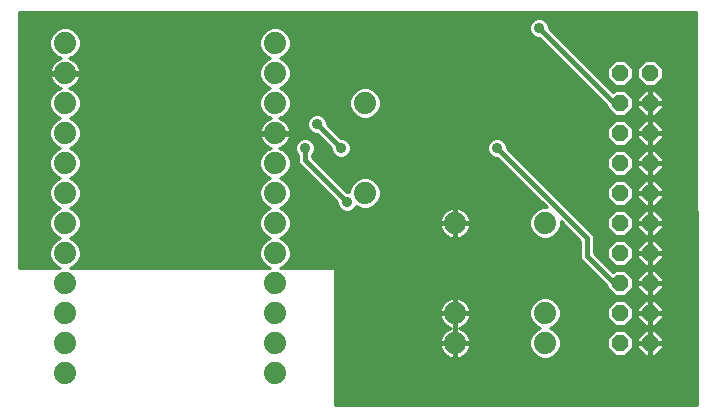
<source format=gbl>
G75*
G70*
%OFA0B0*%
%FSLAX24Y24*%
%IPPOS*%
%LPD*%
%AMOC8*
5,1,8,0,0,1.08239X$1,22.5*
%
%ADD10OC8,0.0560*%
%ADD11C,0.0740*%
%ADD12C,0.0100*%
%ADD13C,0.0160*%
%ADD14C,0.0360*%
D10*
X020650Y002650D03*
X021650Y002650D03*
X021650Y003650D03*
X020650Y003650D03*
X020650Y004650D03*
X021650Y004650D03*
X021650Y005650D03*
X020650Y005650D03*
X020650Y006650D03*
X021650Y006650D03*
X021650Y007650D03*
X020650Y007650D03*
X020650Y008650D03*
X021650Y008650D03*
X021650Y009650D03*
X020650Y009650D03*
X020650Y010650D03*
X021650Y010650D03*
X021650Y011650D03*
X020650Y011650D03*
D11*
X002150Y001650D03*
X002150Y002650D03*
X002150Y003650D03*
X002150Y004650D03*
X002150Y005650D03*
X002150Y006650D03*
X002150Y007650D03*
X002150Y008650D03*
X002150Y009650D03*
X002150Y010650D03*
X002150Y011650D03*
X002150Y012650D03*
X009150Y012650D03*
X009150Y011650D03*
X009150Y010650D03*
X009150Y009650D03*
X009150Y008650D03*
X009150Y007650D03*
X009150Y006650D03*
X009150Y005650D03*
X009150Y004650D03*
X009150Y003650D03*
X009150Y002650D03*
X009150Y001650D03*
X015150Y002650D03*
X015150Y003650D03*
X018150Y003650D03*
X018150Y002650D03*
X018150Y006650D03*
X015150Y006650D03*
X012150Y007650D03*
X012150Y010650D03*
D12*
X012670Y010690D02*
X020085Y010690D01*
X019987Y010788D02*
X012656Y010788D01*
X012670Y010753D02*
X012591Y010945D01*
X012445Y011091D01*
X012253Y011170D01*
X012047Y011170D01*
X011855Y011091D01*
X011709Y010945D01*
X011630Y010753D01*
X011630Y010547D01*
X011709Y010355D01*
X011855Y010209D01*
X012047Y010130D01*
X012253Y010130D01*
X012445Y010209D01*
X012591Y010355D01*
X012670Y010547D01*
X012670Y010753D01*
X012615Y010887D02*
X019888Y010887D01*
X019790Y010985D02*
X012550Y010985D01*
X012452Y011084D02*
X019691Y011084D01*
X019593Y011182D02*
X009379Y011182D01*
X009445Y011209D02*
X009302Y011150D01*
X009445Y011091D01*
X009591Y010945D01*
X009670Y010753D01*
X009670Y010547D01*
X009591Y010355D01*
X009445Y010209D01*
X009298Y010149D01*
X009350Y010132D01*
X009423Y010095D01*
X009489Y010047D01*
X009547Y009989D01*
X009595Y009923D01*
X009632Y009850D01*
X009657Y009772D01*
X009669Y009700D01*
X009200Y009700D01*
X009200Y009600D01*
X009669Y009600D01*
X009657Y009528D01*
X009632Y009450D01*
X009595Y009377D01*
X009547Y009311D01*
X009489Y009253D01*
X009423Y009205D01*
X009350Y009168D01*
X009298Y009151D01*
X009445Y009091D01*
X009591Y008945D01*
X009670Y008753D01*
X009670Y008547D01*
X009591Y008355D01*
X009445Y008209D01*
X009302Y008150D01*
X009445Y008091D01*
X009591Y007945D01*
X009670Y007753D01*
X009670Y007547D01*
X009591Y007355D01*
X009445Y007209D01*
X009302Y007150D01*
X009445Y007091D01*
X009591Y006945D01*
X009670Y006753D01*
X009670Y006547D01*
X009591Y006355D01*
X009445Y006209D01*
X009302Y006150D01*
X009445Y006091D01*
X009591Y005945D01*
X009670Y005753D01*
X009670Y005547D01*
X009591Y005355D01*
X009445Y005209D01*
X009302Y005150D01*
X011150Y005150D01*
X011150Y000600D01*
X023200Y000600D01*
X023192Y013700D01*
X000600Y013700D01*
X000600Y005150D01*
X001998Y005150D01*
X001855Y005209D01*
X001709Y005355D01*
X001630Y005547D01*
X001630Y005753D01*
X001709Y005945D01*
X001855Y006091D01*
X001998Y006150D01*
X001855Y006209D01*
X001709Y006355D01*
X001630Y006547D01*
X001630Y006753D01*
X001709Y006945D01*
X001855Y007091D01*
X001998Y007150D01*
X001855Y007209D01*
X001709Y007355D01*
X001630Y007547D01*
X001630Y007753D01*
X001709Y007945D01*
X001855Y008091D01*
X001998Y008150D01*
X001855Y008209D01*
X001709Y008355D01*
X001630Y008547D01*
X001630Y008753D01*
X001709Y008945D01*
X001855Y009091D01*
X001998Y009150D01*
X001855Y009209D01*
X001709Y009355D01*
X001630Y009547D01*
X001630Y009753D01*
X001709Y009945D01*
X001855Y010091D01*
X001998Y010150D01*
X001855Y010209D01*
X001709Y010355D01*
X001630Y010547D01*
X001630Y010753D01*
X001709Y010945D01*
X001855Y011091D01*
X002002Y011151D01*
X001950Y011168D01*
X001877Y011205D01*
X001811Y011253D01*
X001753Y011311D01*
X001705Y011377D01*
X001668Y011450D01*
X001643Y011528D01*
X001631Y011600D01*
X002100Y011600D01*
X002100Y011700D01*
X001631Y011700D01*
X001643Y011772D01*
X001668Y011850D01*
X001705Y011923D01*
X001753Y011989D01*
X001811Y012047D01*
X001877Y012095D01*
X001950Y012132D01*
X002002Y012149D01*
X001855Y012209D01*
X001709Y012355D01*
X001630Y012547D01*
X001630Y012753D01*
X001709Y012945D01*
X001855Y013091D01*
X002047Y013170D01*
X002253Y013170D01*
X002445Y013091D01*
X002591Y012945D01*
X002670Y012753D01*
X002670Y012547D01*
X002591Y012355D01*
X002445Y012209D01*
X002298Y012149D01*
X002350Y012132D01*
X002423Y012095D01*
X002489Y012047D01*
X002547Y011989D01*
X002595Y011923D01*
X002632Y011850D01*
X002657Y011772D01*
X002669Y011700D01*
X002200Y011700D01*
X002200Y011600D01*
X002669Y011600D01*
X002657Y011528D01*
X002632Y011450D01*
X002595Y011377D01*
X002547Y011311D01*
X002489Y011253D01*
X002423Y011205D01*
X002350Y011168D01*
X002298Y011151D01*
X002445Y011091D01*
X002591Y010945D01*
X002670Y010753D01*
X002670Y010547D01*
X002591Y010355D01*
X002445Y010209D01*
X002302Y010150D01*
X002445Y010091D01*
X002591Y009945D01*
X002670Y009753D01*
X002670Y009547D01*
X002591Y009355D01*
X002445Y009209D01*
X002302Y009150D01*
X002445Y009091D01*
X002591Y008945D01*
X002670Y008753D01*
X002670Y008547D01*
X002591Y008355D01*
X002445Y008209D01*
X002302Y008150D01*
X002445Y008091D01*
X002591Y007945D01*
X002670Y007753D01*
X002670Y007547D01*
X002591Y007355D01*
X002445Y007209D01*
X002302Y007150D01*
X002445Y007091D01*
X002591Y006945D01*
X002670Y006753D01*
X002670Y006547D01*
X002591Y006355D01*
X002445Y006209D01*
X002302Y006150D01*
X002445Y006091D01*
X002591Y005945D01*
X002670Y005753D01*
X002670Y005547D01*
X002591Y005355D01*
X002445Y005209D01*
X002302Y005150D01*
X008998Y005150D01*
X008855Y005209D01*
X008709Y005355D01*
X008630Y005547D01*
X008630Y005753D01*
X008709Y005945D01*
X008855Y006091D01*
X008998Y006150D01*
X008855Y006209D01*
X008709Y006355D01*
X008630Y006547D01*
X008630Y006753D01*
X008709Y006945D01*
X008855Y007091D01*
X008998Y007150D01*
X008855Y007209D01*
X008709Y007355D01*
X008630Y007547D01*
X008630Y007753D01*
X008709Y007945D01*
X008855Y008091D01*
X008998Y008150D01*
X008855Y008209D01*
X008709Y008355D01*
X008630Y008547D01*
X008630Y008753D01*
X008709Y008945D01*
X008855Y009091D01*
X009002Y009151D01*
X008950Y009168D01*
X008877Y009205D01*
X008811Y009253D01*
X008753Y009311D01*
X008705Y009377D01*
X008668Y009450D01*
X008643Y009528D01*
X008631Y009600D01*
X009100Y009600D01*
X009100Y009700D01*
X008631Y009700D01*
X008643Y009772D01*
X008668Y009850D01*
X008705Y009923D01*
X008753Y009989D01*
X008811Y010047D01*
X008877Y010095D01*
X008950Y010132D01*
X009002Y010149D01*
X008855Y010209D01*
X008709Y010355D01*
X008630Y010547D01*
X008630Y010753D01*
X008709Y010945D01*
X008855Y011091D01*
X008998Y011150D01*
X008855Y011209D01*
X008709Y011355D01*
X008630Y011547D01*
X008630Y011753D01*
X008709Y011945D01*
X008855Y012091D01*
X008998Y012150D01*
X008855Y012209D01*
X008709Y012355D01*
X008630Y012547D01*
X008630Y012753D01*
X008709Y012945D01*
X008855Y013091D01*
X009047Y013170D01*
X009253Y013170D01*
X009445Y013091D01*
X009591Y012945D01*
X009670Y012753D01*
X009670Y012547D01*
X009591Y012355D01*
X009445Y012209D01*
X009302Y012150D01*
X009445Y012091D01*
X009591Y011945D01*
X009670Y011753D01*
X009670Y011547D01*
X009591Y011355D01*
X009445Y011209D01*
X009516Y011281D02*
X019494Y011281D01*
X019396Y011379D02*
X009601Y011379D01*
X009641Y011478D02*
X019297Y011478D01*
X019199Y011576D02*
X009670Y011576D01*
X009670Y011675D02*
X019100Y011675D01*
X019002Y011773D02*
X009662Y011773D01*
X009621Y011872D02*
X018903Y011872D01*
X018805Y011970D02*
X009565Y011970D01*
X009467Y012069D02*
X018706Y012069D01*
X018608Y012167D02*
X009343Y012167D01*
X009501Y012266D02*
X018509Y012266D01*
X018411Y012364D02*
X009594Y012364D01*
X009635Y012463D02*
X018312Y012463D01*
X018214Y012561D02*
X009670Y012561D01*
X009670Y012660D02*
X018115Y012660D01*
X018017Y012758D02*
X009668Y012758D01*
X009627Y012857D02*
X017796Y012857D01*
X017763Y012870D02*
X017884Y012820D01*
X017955Y012820D01*
X020220Y010555D01*
X020220Y010472D01*
X020472Y010220D01*
X020828Y010220D01*
X021080Y010472D01*
X021080Y010828D01*
X020828Y011080D01*
X020472Y011080D01*
X020409Y011017D01*
X018280Y013145D01*
X018280Y013216D01*
X018230Y013337D01*
X018137Y013430D01*
X018016Y013480D01*
X017884Y013480D01*
X017763Y013430D01*
X017670Y013337D01*
X017620Y013216D01*
X017620Y013084D01*
X017670Y012963D01*
X017763Y012870D01*
X017678Y012955D02*
X009580Y012955D01*
X009482Y013054D02*
X017633Y013054D01*
X017620Y013152D02*
X009297Y013152D01*
X009003Y013152D02*
X002297Y013152D01*
X002482Y013054D02*
X008818Y013054D01*
X008720Y012955D02*
X002580Y012955D01*
X002627Y012857D02*
X008673Y012857D01*
X008632Y012758D02*
X002668Y012758D01*
X002670Y012660D02*
X008630Y012660D01*
X008630Y012561D02*
X002670Y012561D01*
X002635Y012463D02*
X008665Y012463D01*
X008706Y012364D02*
X002594Y012364D01*
X002501Y012266D02*
X008799Y012266D01*
X008957Y012167D02*
X002343Y012167D01*
X002459Y012069D02*
X008833Y012069D01*
X008735Y011970D02*
X002560Y011970D01*
X002621Y011872D02*
X008679Y011872D01*
X008638Y011773D02*
X002657Y011773D01*
X002200Y011675D02*
X008630Y011675D01*
X008630Y011576D02*
X002665Y011576D01*
X002641Y011478D02*
X008659Y011478D01*
X008699Y011379D02*
X002596Y011379D01*
X002516Y011281D02*
X008784Y011281D01*
X008921Y011182D02*
X002377Y011182D01*
X002452Y011084D02*
X008848Y011084D01*
X008750Y010985D02*
X002550Y010985D01*
X002615Y010887D02*
X008685Y010887D01*
X008644Y010788D02*
X002656Y010788D01*
X002670Y010690D02*
X008630Y010690D01*
X008630Y010591D02*
X002670Y010591D01*
X002648Y010493D02*
X008652Y010493D01*
X008693Y010394D02*
X002607Y010394D01*
X002531Y010296D02*
X008769Y010296D01*
X008885Y010197D02*
X002415Y010197D01*
X002426Y010099D02*
X008885Y010099D01*
X008765Y010000D02*
X002535Y010000D01*
X002609Y009902D02*
X008695Y009902D01*
X008653Y009803D02*
X002649Y009803D01*
X002670Y009705D02*
X008632Y009705D01*
X008650Y009508D02*
X002654Y009508D01*
X002670Y009606D02*
X009100Y009606D01*
X009200Y009606D02*
X010569Y009606D01*
X010555Y009620D02*
X011020Y009155D01*
X011020Y009084D01*
X011070Y008963D01*
X011163Y008870D01*
X011284Y008820D01*
X011416Y008820D01*
X011537Y008870D01*
X011630Y008963D01*
X011680Y009084D01*
X011680Y009216D01*
X011630Y009337D01*
X011537Y009430D01*
X011416Y009480D01*
X011345Y009480D01*
X010880Y009945D01*
X010880Y010016D01*
X010830Y010137D01*
X010737Y010230D01*
X010616Y010280D01*
X010484Y010280D01*
X010363Y010230D01*
X010270Y010137D01*
X010220Y010016D01*
X010220Y009884D01*
X010270Y009763D01*
X010363Y009670D01*
X010484Y009620D01*
X010555Y009620D01*
X010667Y009508D02*
X009650Y009508D01*
X009611Y009409D02*
X009942Y009409D01*
X009963Y009430D02*
X009870Y009337D01*
X009820Y009216D01*
X009820Y009084D01*
X009870Y008963D01*
X009920Y008913D01*
X009920Y008845D01*
X009920Y008655D01*
X011220Y007355D01*
X011220Y007284D01*
X011270Y007163D01*
X011363Y007070D01*
X011484Y007020D01*
X011616Y007020D01*
X011737Y007070D01*
X011830Y007163D01*
X011851Y007214D01*
X011855Y007209D01*
X012047Y007130D01*
X012253Y007130D01*
X012445Y007209D01*
X012591Y007355D01*
X012670Y007547D01*
X012670Y007753D01*
X012591Y007945D01*
X012445Y008091D01*
X012253Y008170D01*
X012047Y008170D01*
X011855Y008091D01*
X011709Y007945D01*
X011630Y007753D01*
X011630Y007674D01*
X011616Y007680D01*
X011545Y007680D01*
X010380Y008845D01*
X010380Y008913D01*
X010430Y008963D01*
X010480Y009084D01*
X010480Y009216D01*
X010430Y009337D01*
X010337Y009430D01*
X010216Y009480D01*
X010084Y009480D01*
X009963Y009430D01*
X009859Y009311D02*
X009546Y009311D01*
X009432Y009212D02*
X009820Y009212D01*
X009820Y009114D02*
X009390Y009114D01*
X009520Y009015D02*
X009849Y009015D01*
X009917Y008917D02*
X009602Y008917D01*
X009643Y008818D02*
X009920Y008818D01*
X009920Y008720D02*
X009670Y008720D01*
X009670Y008621D02*
X009954Y008621D01*
X010052Y008523D02*
X009660Y008523D01*
X009619Y008424D02*
X010151Y008424D01*
X010249Y008326D02*
X009561Y008326D01*
X009462Y008227D02*
X010348Y008227D01*
X010446Y008129D02*
X009354Y008129D01*
X009505Y008030D02*
X010545Y008030D01*
X010643Y007932D02*
X009596Y007932D01*
X009637Y007833D02*
X010742Y007833D01*
X010840Y007735D02*
X009670Y007735D01*
X009670Y007636D02*
X010939Y007636D01*
X011037Y007538D02*
X009666Y007538D01*
X009625Y007439D02*
X011136Y007439D01*
X011220Y007341D02*
X009576Y007341D01*
X009477Y007242D02*
X011238Y007242D01*
X011290Y007144D02*
X009317Y007144D01*
X009490Y007045D02*
X011424Y007045D01*
X011676Y007045D02*
X014810Y007045D01*
X014811Y007047D02*
X014753Y006989D01*
X014705Y006923D01*
X014668Y006850D01*
X014643Y006772D01*
X014630Y006691D01*
X014630Y006689D01*
X015111Y006689D01*
X015111Y007170D01*
X015109Y007170D01*
X015028Y007157D01*
X014950Y007132D01*
X014877Y007095D01*
X014811Y007047D01*
X014723Y006947D02*
X009589Y006947D01*
X009631Y006848D02*
X014668Y006848D01*
X014639Y006750D02*
X009670Y006750D01*
X009670Y006651D02*
X015111Y006651D01*
X015111Y006689D02*
X015111Y006611D01*
X015189Y006611D01*
X015189Y006689D01*
X015670Y006689D01*
X015670Y006691D01*
X015657Y006772D01*
X015632Y006850D01*
X015595Y006923D01*
X015547Y006989D01*
X015489Y007047D01*
X015423Y007095D01*
X015350Y007132D01*
X015272Y007157D01*
X015191Y007170D01*
X015189Y007170D01*
X015189Y006689D01*
X015111Y006689D01*
X015111Y006750D02*
X015189Y006750D01*
X015189Y006848D02*
X015111Y006848D01*
X015111Y006947D02*
X015189Y006947D01*
X015189Y007045D02*
X015111Y007045D01*
X015111Y007144D02*
X015189Y007144D01*
X015314Y007144D02*
X017983Y007144D01*
X018047Y007170D02*
X017855Y007091D01*
X017709Y006945D01*
X017630Y006753D01*
X017630Y006547D01*
X017709Y006355D01*
X017855Y006209D01*
X018047Y006130D01*
X018253Y006130D01*
X018445Y006209D01*
X018591Y006355D01*
X018670Y006547D01*
X018670Y006705D01*
X019320Y006055D01*
X019320Y005455D01*
X020220Y004555D01*
X020220Y004472D01*
X020472Y004220D01*
X020828Y004220D01*
X021080Y004472D01*
X021080Y004828D01*
X020828Y005080D01*
X020472Y005080D01*
X020409Y005017D01*
X019780Y005645D01*
X019780Y006245D01*
X019645Y006380D01*
X016880Y009145D01*
X016880Y009216D01*
X016830Y009337D01*
X016737Y009430D01*
X016616Y009480D01*
X016484Y009480D01*
X016363Y009430D01*
X016270Y009337D01*
X016220Y009216D01*
X016220Y009084D01*
X016270Y008963D01*
X016363Y008870D01*
X016484Y008820D01*
X016555Y008820D01*
X018205Y007170D01*
X018047Y007170D01*
X018133Y007242D02*
X012477Y007242D01*
X012576Y007341D02*
X018034Y007341D01*
X017936Y007439D02*
X012625Y007439D01*
X012666Y007538D02*
X017837Y007538D01*
X017739Y007636D02*
X012670Y007636D01*
X012670Y007735D02*
X017640Y007735D01*
X017542Y007833D02*
X012637Y007833D01*
X012596Y007932D02*
X017443Y007932D01*
X017345Y008030D02*
X012505Y008030D01*
X012354Y008129D02*
X017246Y008129D01*
X017148Y008227D02*
X010998Y008227D01*
X010900Y008326D02*
X017049Y008326D01*
X016951Y008424D02*
X010801Y008424D01*
X010703Y008523D02*
X016852Y008523D01*
X016754Y008621D02*
X010604Y008621D01*
X010506Y008720D02*
X016655Y008720D01*
X016557Y008818D02*
X010407Y008818D01*
X010383Y008917D02*
X011117Y008917D01*
X011049Y009015D02*
X010451Y009015D01*
X010480Y009114D02*
X011020Y009114D01*
X010963Y009212D02*
X010480Y009212D01*
X010441Y009311D02*
X010864Y009311D01*
X010766Y009409D02*
X010358Y009409D01*
X010329Y009705D02*
X009668Y009705D01*
X009647Y009803D02*
X010254Y009803D01*
X010220Y009902D02*
X009605Y009902D01*
X009535Y010000D02*
X010220Y010000D01*
X010254Y010099D02*
X009415Y010099D01*
X009415Y010197D02*
X010330Y010197D01*
X010770Y010197D02*
X011885Y010197D01*
X011769Y010296D02*
X009531Y010296D01*
X009607Y010394D02*
X011693Y010394D01*
X011652Y010493D02*
X009648Y010493D01*
X009670Y010591D02*
X011630Y010591D01*
X011630Y010690D02*
X009670Y010690D01*
X009656Y010788D02*
X011644Y010788D01*
X011685Y010887D02*
X009615Y010887D01*
X009550Y010985D02*
X011750Y010985D01*
X011848Y011084D02*
X009452Y011084D01*
X010846Y010099D02*
X023194Y010099D01*
X023194Y010197D02*
X012415Y010197D01*
X012531Y010296D02*
X020396Y010296D01*
X020298Y010394D02*
X012607Y010394D01*
X012648Y010493D02*
X020220Y010493D01*
X020184Y010591D02*
X012670Y010591D01*
X011219Y009606D02*
X020220Y009606D01*
X020220Y009508D02*
X011318Y009508D01*
X011558Y009409D02*
X016342Y009409D01*
X016259Y009311D02*
X011641Y009311D01*
X011680Y009212D02*
X016220Y009212D01*
X016220Y009114D02*
X011680Y009114D01*
X011651Y009015D02*
X016249Y009015D01*
X016317Y008917D02*
X011583Y008917D01*
X011121Y009705D02*
X020220Y009705D01*
X020220Y009803D02*
X011022Y009803D01*
X010924Y009902D02*
X020293Y009902D01*
X020220Y009828D02*
X020220Y009472D01*
X020472Y009220D01*
X020828Y009220D01*
X021080Y009472D01*
X021080Y009828D01*
X020828Y010080D01*
X020472Y010080D01*
X020220Y009828D01*
X020392Y010000D02*
X010880Y010000D01*
X008910Y009114D02*
X002390Y009114D01*
X002447Y009212D02*
X008868Y009212D01*
X008754Y009311D02*
X002546Y009311D01*
X002613Y009409D02*
X008689Y009409D01*
X008780Y009015D02*
X002520Y009015D01*
X002602Y008917D02*
X008698Y008917D01*
X008657Y008818D02*
X002643Y008818D01*
X002670Y008720D02*
X008630Y008720D01*
X008630Y008621D02*
X002670Y008621D01*
X002660Y008523D02*
X008640Y008523D01*
X008681Y008424D02*
X002619Y008424D01*
X002561Y008326D02*
X008739Y008326D01*
X008838Y008227D02*
X002462Y008227D01*
X002354Y008129D02*
X008946Y008129D01*
X008795Y008030D02*
X002505Y008030D01*
X002596Y007932D02*
X008704Y007932D01*
X008663Y007833D02*
X002637Y007833D01*
X002670Y007735D02*
X008630Y007735D01*
X008630Y007636D02*
X002670Y007636D01*
X002666Y007538D02*
X008634Y007538D01*
X008675Y007439D02*
X002625Y007439D01*
X002576Y007341D02*
X008724Y007341D01*
X008823Y007242D02*
X002477Y007242D01*
X002317Y007144D02*
X008983Y007144D01*
X008810Y007045D02*
X002490Y007045D01*
X002589Y006947D02*
X008711Y006947D01*
X008669Y006848D02*
X002631Y006848D01*
X002670Y006750D02*
X008630Y006750D01*
X008630Y006651D02*
X002670Y006651D01*
X002670Y006553D02*
X008630Y006553D01*
X008668Y006454D02*
X002632Y006454D01*
X002591Y006356D02*
X008709Y006356D01*
X008808Y006257D02*
X002492Y006257D01*
X002322Y006159D02*
X008978Y006159D01*
X008825Y006060D02*
X002475Y006060D01*
X002574Y005962D02*
X008726Y005962D01*
X008675Y005863D02*
X002625Y005863D01*
X002665Y005765D02*
X008635Y005765D01*
X008630Y005666D02*
X002670Y005666D01*
X002670Y005568D02*
X008630Y005568D01*
X008662Y005469D02*
X002638Y005469D01*
X002597Y005371D02*
X008703Y005371D01*
X008793Y005272D02*
X002507Y005272D01*
X002358Y005174D02*
X008942Y005174D01*
X009358Y005174D02*
X019601Y005174D01*
X019503Y005272D02*
X009507Y005272D01*
X009597Y005371D02*
X019404Y005371D01*
X019320Y005469D02*
X009638Y005469D01*
X009670Y005568D02*
X019320Y005568D01*
X019320Y005666D02*
X009670Y005666D01*
X009665Y005765D02*
X019320Y005765D01*
X019320Y005863D02*
X009625Y005863D01*
X009574Y005962D02*
X019320Y005962D01*
X019315Y006060D02*
X009475Y006060D01*
X009322Y006159D02*
X014980Y006159D01*
X014950Y006168D02*
X015028Y006143D01*
X015109Y006130D01*
X015111Y006130D01*
X015111Y006611D01*
X014630Y006611D01*
X014630Y006609D01*
X014643Y006528D01*
X014668Y006450D01*
X014705Y006377D01*
X014753Y006311D01*
X014811Y006253D01*
X014877Y006205D01*
X014950Y006168D01*
X015111Y006159D02*
X015189Y006159D01*
X015189Y006130D02*
X015191Y006130D01*
X015272Y006143D01*
X015350Y006168D01*
X015423Y006205D01*
X015489Y006253D01*
X015547Y006311D01*
X015595Y006377D01*
X015632Y006450D01*
X015657Y006528D01*
X015670Y006609D01*
X015670Y006611D01*
X015189Y006611D01*
X015189Y006130D01*
X015189Y006257D02*
X015111Y006257D01*
X015111Y006356D02*
X015189Y006356D01*
X015189Y006454D02*
X015111Y006454D01*
X015111Y006553D02*
X015189Y006553D01*
X015189Y006651D02*
X017630Y006651D01*
X017630Y006553D02*
X015661Y006553D01*
X015633Y006454D02*
X017668Y006454D01*
X017709Y006356D02*
X015579Y006356D01*
X015492Y006257D02*
X017808Y006257D01*
X017978Y006159D02*
X015320Y006159D01*
X014808Y006257D02*
X009492Y006257D01*
X009591Y006356D02*
X014721Y006356D01*
X014667Y006454D02*
X009632Y006454D01*
X009670Y006553D02*
X014639Y006553D01*
X014986Y007144D02*
X012286Y007144D01*
X012014Y007144D02*
X011810Y007144D01*
X011630Y007735D02*
X011491Y007735D01*
X011392Y007833D02*
X011663Y007833D01*
X011704Y007932D02*
X011294Y007932D01*
X011195Y008030D02*
X011795Y008030D01*
X011946Y008129D02*
X011097Y008129D01*
X015490Y007045D02*
X017810Y007045D01*
X017711Y006947D02*
X015577Y006947D01*
X015632Y006848D02*
X017669Y006848D01*
X017630Y006750D02*
X015661Y006750D01*
X017798Y008227D02*
X020465Y008227D01*
X020472Y008220D02*
X020828Y008220D01*
X021080Y008472D01*
X021080Y008828D01*
X020828Y009080D01*
X020472Y009080D01*
X020220Y008828D01*
X020220Y008472D01*
X020472Y008220D01*
X020472Y008080D02*
X020220Y007828D01*
X020220Y007472D01*
X020472Y007220D01*
X020828Y007220D01*
X021080Y007472D01*
X021080Y007828D01*
X020828Y008080D01*
X020472Y008080D01*
X020422Y008030D02*
X017995Y008030D01*
X017897Y008129D02*
X023196Y008129D01*
X023195Y008227D02*
X021835Y008227D01*
X021828Y008220D02*
X022080Y008472D01*
X022080Y008610D01*
X021690Y008610D01*
X021690Y008690D01*
X021610Y008690D01*
X021610Y009080D01*
X021472Y009080D01*
X021220Y008828D01*
X021220Y008690D01*
X021610Y008690D01*
X021610Y008610D01*
X021220Y008610D01*
X021220Y008472D01*
X021472Y008220D01*
X021610Y008220D01*
X021610Y008610D01*
X021690Y008610D01*
X021690Y008220D01*
X021828Y008220D01*
X021690Y008227D02*
X021610Y008227D01*
X021610Y008326D02*
X021690Y008326D01*
X021690Y008424D02*
X021610Y008424D01*
X021610Y008523D02*
X021690Y008523D01*
X021690Y008621D02*
X023195Y008621D01*
X023195Y008523D02*
X022080Y008523D01*
X022032Y008424D02*
X023195Y008424D01*
X023195Y008326D02*
X021934Y008326D01*
X021828Y008080D02*
X021690Y008080D01*
X021690Y007690D01*
X021610Y007690D01*
X021610Y008080D01*
X021472Y008080D01*
X021220Y007828D01*
X021220Y007690D01*
X021610Y007690D01*
X021610Y007610D01*
X021220Y007610D01*
X021220Y007472D01*
X021472Y007220D01*
X021610Y007220D01*
X021610Y007610D01*
X021690Y007610D01*
X021690Y007690D01*
X022080Y007690D01*
X022080Y007828D01*
X021828Y008080D01*
X021878Y008030D02*
X023196Y008030D01*
X023196Y007932D02*
X021977Y007932D01*
X022075Y007833D02*
X023196Y007833D01*
X023196Y007735D02*
X022080Y007735D01*
X022080Y007610D02*
X021690Y007610D01*
X021690Y007220D01*
X021828Y007220D01*
X022080Y007472D01*
X022080Y007610D01*
X022080Y007538D02*
X023196Y007538D01*
X023196Y007636D02*
X021690Y007636D01*
X021610Y007636D02*
X021080Y007636D01*
X021080Y007538D02*
X021220Y007538D01*
X021253Y007439D02*
X021047Y007439D01*
X020949Y007341D02*
X021351Y007341D01*
X021450Y007242D02*
X020850Y007242D01*
X020828Y007080D02*
X020472Y007080D01*
X020220Y006828D01*
X020220Y006472D01*
X020472Y006220D01*
X020828Y006220D01*
X021080Y006472D01*
X021080Y006828D01*
X020828Y007080D01*
X020863Y007045D02*
X021437Y007045D01*
X021472Y007080D02*
X021220Y006828D01*
X021220Y006690D01*
X021610Y006690D01*
X021610Y007080D01*
X021472Y007080D01*
X021610Y007045D02*
X021690Y007045D01*
X021690Y007080D02*
X021690Y006690D01*
X021610Y006690D01*
X021610Y006610D01*
X021220Y006610D01*
X021220Y006472D01*
X021472Y006220D01*
X021610Y006220D01*
X021610Y006610D01*
X021690Y006610D01*
X021690Y006690D01*
X022080Y006690D01*
X022080Y006828D01*
X021828Y007080D01*
X021690Y007080D01*
X021690Y006947D02*
X021610Y006947D01*
X021610Y006848D02*
X021690Y006848D01*
X021690Y006750D02*
X021610Y006750D01*
X021610Y006651D02*
X021080Y006651D01*
X021080Y006553D02*
X021220Y006553D01*
X021238Y006454D02*
X021062Y006454D01*
X020964Y006356D02*
X021336Y006356D01*
X021435Y006257D02*
X020865Y006257D01*
X020828Y006080D02*
X020472Y006080D01*
X020220Y005828D01*
X020220Y005472D01*
X020472Y005220D01*
X020828Y005220D01*
X021080Y005472D01*
X021080Y005828D01*
X020828Y006080D01*
X020848Y006060D02*
X021452Y006060D01*
X021472Y006080D02*
X021220Y005828D01*
X021220Y005690D01*
X021610Y005690D01*
X021610Y006080D01*
X021472Y006080D01*
X021610Y006060D02*
X021690Y006060D01*
X021690Y006080D02*
X021690Y005690D01*
X021610Y005690D01*
X021610Y005610D01*
X021220Y005610D01*
X021220Y005472D01*
X021472Y005220D01*
X021610Y005220D01*
X021610Y005610D01*
X021690Y005610D01*
X021690Y005690D01*
X022080Y005690D01*
X022080Y005828D01*
X021828Y006080D01*
X021690Y006080D01*
X021690Y005962D02*
X021610Y005962D01*
X021610Y005863D02*
X021690Y005863D01*
X021690Y005765D02*
X021610Y005765D01*
X021610Y005666D02*
X021080Y005666D01*
X021080Y005568D02*
X021220Y005568D01*
X021223Y005469D02*
X021077Y005469D01*
X020979Y005371D02*
X021321Y005371D01*
X021420Y005272D02*
X020880Y005272D01*
X020833Y005075D02*
X021467Y005075D01*
X021472Y005080D02*
X021220Y004828D01*
X021220Y004690D01*
X021610Y004690D01*
X021610Y005080D01*
X021472Y005080D01*
X021610Y005075D02*
X021690Y005075D01*
X021690Y005080D02*
X021690Y004690D01*
X021610Y004690D01*
X021610Y004610D01*
X021220Y004610D01*
X021220Y004472D01*
X021472Y004220D01*
X021610Y004220D01*
X021610Y004610D01*
X021690Y004610D01*
X021690Y004690D01*
X022080Y004690D01*
X022080Y004828D01*
X021828Y005080D01*
X021690Y005080D01*
X021690Y004977D02*
X021610Y004977D01*
X021610Y004878D02*
X021690Y004878D01*
X021690Y004780D02*
X021610Y004780D01*
X021610Y004681D02*
X021080Y004681D01*
X021080Y004583D02*
X021220Y004583D01*
X021220Y004484D02*
X021080Y004484D01*
X020994Y004386D02*
X021306Y004386D01*
X021405Y004287D02*
X020895Y004287D01*
X020828Y004080D02*
X020472Y004080D01*
X020220Y003828D01*
X020220Y003472D01*
X020472Y003220D01*
X020828Y003220D01*
X021080Y003472D01*
X021080Y003828D01*
X020828Y004080D01*
X020917Y003992D02*
X021383Y003992D01*
X021472Y004080D02*
X021220Y003828D01*
X021220Y003690D01*
X021610Y003690D01*
X021610Y004080D01*
X021472Y004080D01*
X021610Y003992D02*
X021690Y003992D01*
X021690Y004080D02*
X021690Y003690D01*
X021610Y003690D01*
X021610Y003610D01*
X021220Y003610D01*
X021220Y003472D01*
X021472Y003220D01*
X021610Y003220D01*
X021610Y003610D01*
X021690Y003610D01*
X021690Y003690D01*
X022080Y003690D01*
X022080Y003828D01*
X021828Y004080D01*
X021690Y004080D01*
X021690Y004220D02*
X021828Y004220D01*
X022080Y004472D01*
X022080Y004610D01*
X021690Y004610D01*
X021690Y004220D01*
X021690Y004287D02*
X021610Y004287D01*
X021610Y004386D02*
X021690Y004386D01*
X021690Y004484D02*
X021610Y004484D01*
X021610Y004583D02*
X021690Y004583D01*
X021690Y004681D02*
X023197Y004681D01*
X023198Y004583D02*
X022080Y004583D01*
X022080Y004484D02*
X023198Y004484D01*
X023198Y004386D02*
X021994Y004386D01*
X021895Y004287D02*
X023198Y004287D01*
X023198Y004189D02*
X011150Y004189D01*
X011150Y004287D02*
X020405Y004287D01*
X020306Y004386D02*
X011150Y004386D01*
X011150Y004484D02*
X020220Y004484D01*
X020192Y004583D02*
X011150Y004583D01*
X011150Y004681D02*
X020094Y004681D01*
X019995Y004780D02*
X011150Y004780D01*
X011150Y004878D02*
X019897Y004878D01*
X019798Y004977D02*
X011150Y004977D01*
X011150Y005075D02*
X019700Y005075D01*
X020055Y005371D02*
X020321Y005371D01*
X020223Y005469D02*
X019956Y005469D01*
X019858Y005568D02*
X020220Y005568D01*
X020220Y005666D02*
X019780Y005666D01*
X019780Y005765D02*
X020220Y005765D01*
X020255Y005863D02*
X019780Y005863D01*
X019780Y005962D02*
X020353Y005962D01*
X020452Y006060D02*
X019780Y006060D01*
X019780Y006159D02*
X023197Y006159D01*
X023197Y006257D02*
X021865Y006257D01*
X021828Y006220D02*
X022080Y006472D01*
X022080Y006610D01*
X021690Y006610D01*
X021690Y006220D01*
X021828Y006220D01*
X021690Y006257D02*
X021610Y006257D01*
X021610Y006356D02*
X021690Y006356D01*
X021690Y006454D02*
X021610Y006454D01*
X021610Y006553D02*
X021690Y006553D01*
X021690Y006651D02*
X023196Y006651D01*
X023196Y006553D02*
X022080Y006553D01*
X022062Y006454D02*
X023196Y006454D01*
X023197Y006356D02*
X021964Y006356D01*
X021848Y006060D02*
X023197Y006060D01*
X023197Y005962D02*
X021947Y005962D01*
X022045Y005863D02*
X023197Y005863D01*
X023197Y005765D02*
X022080Y005765D01*
X022080Y005610D02*
X021690Y005610D01*
X021690Y005220D01*
X021828Y005220D01*
X022080Y005472D01*
X022080Y005610D01*
X022080Y005568D02*
X023197Y005568D01*
X023197Y005666D02*
X021690Y005666D01*
X021690Y005568D02*
X021610Y005568D01*
X021610Y005469D02*
X021690Y005469D01*
X021690Y005371D02*
X021610Y005371D01*
X021610Y005272D02*
X021690Y005272D01*
X021880Y005272D02*
X023197Y005272D01*
X023197Y005174D02*
X020252Y005174D01*
X020153Y005272D02*
X020420Y005272D01*
X020467Y005075D02*
X020350Y005075D01*
X020932Y004977D02*
X021368Y004977D01*
X021270Y004878D02*
X021030Y004878D01*
X021080Y004780D02*
X021220Y004780D01*
X021833Y005075D02*
X023197Y005075D01*
X023197Y004977D02*
X021932Y004977D01*
X022030Y004878D02*
X023197Y004878D01*
X023197Y004780D02*
X022080Y004780D01*
X021979Y005371D02*
X023197Y005371D01*
X023197Y005469D02*
X022077Y005469D01*
X021353Y005962D02*
X020947Y005962D01*
X021045Y005863D02*
X021255Y005863D01*
X021220Y005765D02*
X021080Y005765D01*
X020435Y006257D02*
X019768Y006257D01*
X019670Y006356D02*
X020336Y006356D01*
X020238Y006454D02*
X019571Y006454D01*
X019473Y006553D02*
X020220Y006553D01*
X020220Y006651D02*
X019374Y006651D01*
X019276Y006750D02*
X020220Y006750D01*
X020240Y006848D02*
X019177Y006848D01*
X019079Y006947D02*
X020338Y006947D01*
X020437Y007045D02*
X018980Y007045D01*
X018882Y007144D02*
X023196Y007144D01*
X023196Y007242D02*
X021850Y007242D01*
X021949Y007341D02*
X023196Y007341D01*
X023196Y007439D02*
X022047Y007439D01*
X021690Y007439D02*
X021610Y007439D01*
X021610Y007341D02*
X021690Y007341D01*
X021690Y007242D02*
X021610Y007242D01*
X021863Y007045D02*
X023196Y007045D01*
X023196Y006947D02*
X021962Y006947D01*
X022060Y006848D02*
X023196Y006848D01*
X023196Y006750D02*
X022080Y006750D01*
X021338Y006947D02*
X020962Y006947D01*
X021060Y006848D02*
X021240Y006848D01*
X021220Y006750D02*
X021080Y006750D01*
X020450Y007242D02*
X018783Y007242D01*
X018685Y007341D02*
X020351Y007341D01*
X020253Y007439D02*
X018586Y007439D01*
X018488Y007538D02*
X020220Y007538D01*
X020220Y007636D02*
X018389Y007636D01*
X018291Y007735D02*
X020220Y007735D01*
X020225Y007833D02*
X018192Y007833D01*
X018094Y007932D02*
X020323Y007932D01*
X020878Y008030D02*
X021422Y008030D01*
X021323Y007932D02*
X020977Y007932D01*
X021075Y007833D02*
X021225Y007833D01*
X021220Y007735D02*
X021080Y007735D01*
X021610Y007735D02*
X021690Y007735D01*
X021690Y007833D02*
X021610Y007833D01*
X021610Y007932D02*
X021690Y007932D01*
X021690Y008030D02*
X021610Y008030D01*
X021465Y008227D02*
X020835Y008227D01*
X020934Y008326D02*
X021366Y008326D01*
X021268Y008424D02*
X021032Y008424D01*
X021080Y008523D02*
X021220Y008523D01*
X021080Y008621D02*
X021610Y008621D01*
X021610Y008720D02*
X021690Y008720D01*
X021690Y008690D02*
X021690Y009080D01*
X021828Y009080D01*
X022080Y008828D01*
X022080Y008690D01*
X021690Y008690D01*
X021690Y008818D02*
X021610Y008818D01*
X021610Y008917D02*
X021690Y008917D01*
X021690Y009015D02*
X021610Y009015D01*
X021407Y009015D02*
X020893Y009015D01*
X020992Y008917D02*
X021308Y008917D01*
X021220Y008818D02*
X021080Y008818D01*
X021080Y008720D02*
X021220Y008720D01*
X021893Y009015D02*
X023195Y009015D01*
X023195Y008917D02*
X021992Y008917D01*
X022080Y008818D02*
X023195Y008818D01*
X023195Y008720D02*
X022080Y008720D01*
X021828Y009220D02*
X021690Y009220D01*
X021690Y009610D01*
X021690Y009690D01*
X021610Y009690D01*
X021610Y010080D01*
X021472Y010080D01*
X021220Y009828D01*
X021220Y009690D01*
X021610Y009690D01*
X021610Y009610D01*
X021220Y009610D01*
X021220Y009472D01*
X021472Y009220D01*
X021610Y009220D01*
X021610Y009610D01*
X021690Y009610D01*
X022080Y009610D01*
X022080Y009472D01*
X021828Y009220D01*
X021919Y009311D02*
X023195Y009311D01*
X023195Y009409D02*
X022017Y009409D01*
X022080Y009508D02*
X023195Y009508D01*
X023195Y009606D02*
X022080Y009606D01*
X022080Y009690D02*
X022080Y009828D01*
X021828Y010080D01*
X021690Y010080D01*
X021690Y009690D01*
X022080Y009690D01*
X022080Y009705D02*
X023195Y009705D01*
X023195Y009803D02*
X022080Y009803D01*
X022007Y009902D02*
X023195Y009902D01*
X023194Y010000D02*
X021908Y010000D01*
X021690Y010000D02*
X021610Y010000D01*
X021610Y009902D02*
X021690Y009902D01*
X021690Y009803D02*
X021610Y009803D01*
X021610Y009705D02*
X021690Y009705D01*
X021690Y009606D02*
X021610Y009606D01*
X021610Y009508D02*
X021690Y009508D01*
X021690Y009409D02*
X021610Y009409D01*
X021610Y009311D02*
X021690Y009311D01*
X021381Y009311D02*
X020919Y009311D01*
X021017Y009409D02*
X021283Y009409D01*
X021220Y009508D02*
X021080Y009508D01*
X021080Y009606D02*
X021220Y009606D01*
X021220Y009705D02*
X021080Y009705D01*
X021080Y009803D02*
X021220Y009803D01*
X021293Y009902D02*
X021007Y009902D01*
X020908Y010000D02*
X021392Y010000D01*
X021472Y010220D02*
X021220Y010472D01*
X021220Y010610D01*
X021610Y010610D01*
X021610Y010690D01*
X021610Y011080D01*
X021472Y011080D01*
X021220Y010828D01*
X021220Y010690D01*
X021610Y010690D01*
X021690Y010690D01*
X021690Y011080D01*
X021828Y011080D01*
X022080Y010828D01*
X022080Y010690D01*
X021690Y010690D01*
X021690Y010610D01*
X022080Y010610D01*
X022080Y010472D01*
X021828Y010220D01*
X021690Y010220D01*
X021690Y010610D01*
X021610Y010610D01*
X021610Y010220D01*
X021472Y010220D01*
X021396Y010296D02*
X020904Y010296D01*
X021002Y010394D02*
X021298Y010394D01*
X021220Y010493D02*
X021080Y010493D01*
X021080Y010591D02*
X021220Y010591D01*
X021080Y010690D02*
X021610Y010690D01*
X021690Y010690D02*
X023194Y010690D01*
X023194Y010788D02*
X022080Y010788D01*
X022022Y010887D02*
X023194Y010887D01*
X023194Y010985D02*
X021923Y010985D01*
X021690Y010985D02*
X021610Y010985D01*
X021610Y010887D02*
X021690Y010887D01*
X021690Y010788D02*
X021610Y010788D01*
X021610Y010591D02*
X021690Y010591D01*
X021690Y010493D02*
X021610Y010493D01*
X021610Y010394D02*
X021690Y010394D01*
X021690Y010296D02*
X021610Y010296D01*
X021904Y010296D02*
X023194Y010296D01*
X023194Y010394D02*
X022002Y010394D01*
X022080Y010493D02*
X023194Y010493D01*
X023194Y010591D02*
X022080Y010591D01*
X021377Y010985D02*
X020923Y010985D01*
X021022Y010887D02*
X021278Y010887D01*
X021220Y010788D02*
X021080Y010788D01*
X020828Y011220D02*
X020472Y011220D01*
X020220Y011472D01*
X020220Y011828D01*
X020472Y012080D01*
X020828Y012080D01*
X021080Y011828D01*
X021080Y011472D01*
X020828Y011220D01*
X020889Y011281D02*
X021411Y011281D01*
X021472Y011220D02*
X021828Y011220D01*
X022080Y011472D01*
X022080Y011828D01*
X021828Y012080D01*
X021472Y012080D01*
X021220Y011828D01*
X021220Y011472D01*
X021472Y011220D01*
X021313Y011379D02*
X020987Y011379D01*
X021080Y011478D02*
X021220Y011478D01*
X021220Y011576D02*
X021080Y011576D01*
X021080Y011675D02*
X021220Y011675D01*
X021220Y011773D02*
X021080Y011773D01*
X021037Y011872D02*
X021263Y011872D01*
X021362Y011970D02*
X020938Y011970D01*
X020840Y012069D02*
X021460Y012069D01*
X021840Y012069D02*
X023193Y012069D01*
X023193Y012167D02*
X019258Y012167D01*
X019160Y012266D02*
X023193Y012266D01*
X023193Y012364D02*
X019061Y012364D01*
X018963Y012463D02*
X023193Y012463D01*
X023193Y012561D02*
X018864Y012561D01*
X018766Y012660D02*
X023193Y012660D01*
X023193Y012758D02*
X018667Y012758D01*
X018569Y012857D02*
X023193Y012857D01*
X023193Y012955D02*
X018470Y012955D01*
X018372Y013054D02*
X023193Y013054D01*
X023193Y013152D02*
X018280Y013152D01*
X018266Y013251D02*
X023193Y013251D01*
X023193Y013349D02*
X018218Y013349D01*
X018094Y013448D02*
X023193Y013448D01*
X023192Y013546D02*
X000600Y013546D01*
X000600Y013448D02*
X017806Y013448D01*
X017682Y013349D02*
X000600Y013349D01*
X000600Y013251D02*
X017634Y013251D01*
X019357Y012069D02*
X020460Y012069D01*
X020362Y011970D02*
X019455Y011970D01*
X019554Y011872D02*
X020263Y011872D01*
X020220Y011773D02*
X019652Y011773D01*
X019751Y011675D02*
X020220Y011675D01*
X020220Y011576D02*
X019849Y011576D01*
X019948Y011478D02*
X020220Y011478D01*
X020313Y011379D02*
X020046Y011379D01*
X020145Y011281D02*
X020411Y011281D01*
X020243Y011182D02*
X023194Y011182D01*
X023194Y011084D02*
X020342Y011084D01*
X021889Y011281D02*
X023194Y011281D01*
X023194Y011379D02*
X021987Y011379D01*
X022080Y011478D02*
X023194Y011478D01*
X023194Y011576D02*
X022080Y011576D01*
X022080Y011675D02*
X023194Y011675D01*
X023193Y011773D02*
X022080Y011773D01*
X022037Y011872D02*
X023193Y011872D01*
X023193Y011970D02*
X021938Y011970D01*
X023192Y013645D02*
X000600Y013645D01*
X000600Y013152D02*
X002003Y013152D01*
X001818Y013054D02*
X000600Y013054D01*
X000600Y012955D02*
X001720Y012955D01*
X001673Y012857D02*
X000600Y012857D01*
X000600Y012758D02*
X001632Y012758D01*
X001630Y012660D02*
X000600Y012660D01*
X000600Y012561D02*
X001630Y012561D01*
X001665Y012463D02*
X000600Y012463D01*
X000600Y012364D02*
X001706Y012364D01*
X001799Y012266D02*
X000600Y012266D01*
X000600Y012167D02*
X001957Y012167D01*
X001841Y012069D02*
X000600Y012069D01*
X000600Y011970D02*
X001740Y011970D01*
X001679Y011872D02*
X000600Y011872D01*
X000600Y011773D02*
X001643Y011773D01*
X001635Y011576D02*
X000600Y011576D01*
X000600Y011478D02*
X001659Y011478D01*
X001704Y011379D02*
X000600Y011379D01*
X000600Y011281D02*
X001784Y011281D01*
X001923Y011182D02*
X000600Y011182D01*
X000600Y011084D02*
X001848Y011084D01*
X001750Y010985D02*
X000600Y010985D01*
X000600Y010887D02*
X001685Y010887D01*
X001644Y010788D02*
X000600Y010788D01*
X000600Y010690D02*
X001630Y010690D01*
X001630Y010591D02*
X000600Y010591D01*
X000600Y010493D02*
X001652Y010493D01*
X001693Y010394D02*
X000600Y010394D01*
X000600Y010296D02*
X001769Y010296D01*
X001885Y010197D02*
X000600Y010197D01*
X000600Y010099D02*
X001874Y010099D01*
X001765Y010000D02*
X000600Y010000D01*
X000600Y009902D02*
X001691Y009902D01*
X001651Y009803D02*
X000600Y009803D01*
X000600Y009705D02*
X001630Y009705D01*
X001630Y009606D02*
X000600Y009606D01*
X000600Y009508D02*
X001646Y009508D01*
X001687Y009409D02*
X000600Y009409D01*
X000600Y009311D02*
X001754Y009311D01*
X001853Y009212D02*
X000600Y009212D01*
X000600Y009114D02*
X001910Y009114D01*
X001780Y009015D02*
X000600Y009015D01*
X000600Y008917D02*
X001698Y008917D01*
X001657Y008818D02*
X000600Y008818D01*
X000600Y008720D02*
X001630Y008720D01*
X001630Y008621D02*
X000600Y008621D01*
X000600Y008523D02*
X001640Y008523D01*
X001681Y008424D02*
X000600Y008424D01*
X000600Y008326D02*
X001739Y008326D01*
X001838Y008227D02*
X000600Y008227D01*
X000600Y008129D02*
X001946Y008129D01*
X001795Y008030D02*
X000600Y008030D01*
X000600Y007932D02*
X001704Y007932D01*
X001663Y007833D02*
X000600Y007833D01*
X000600Y007735D02*
X001630Y007735D01*
X001630Y007636D02*
X000600Y007636D01*
X000600Y007538D02*
X001634Y007538D01*
X001675Y007439D02*
X000600Y007439D01*
X000600Y007341D02*
X001724Y007341D01*
X001823Y007242D02*
X000600Y007242D01*
X000600Y007144D02*
X001983Y007144D01*
X001810Y007045D02*
X000600Y007045D01*
X000600Y006947D02*
X001711Y006947D01*
X001669Y006848D02*
X000600Y006848D01*
X000600Y006750D02*
X001630Y006750D01*
X001630Y006651D02*
X000600Y006651D01*
X000600Y006553D02*
X001630Y006553D01*
X001668Y006454D02*
X000600Y006454D01*
X000600Y006356D02*
X001709Y006356D01*
X001808Y006257D02*
X000600Y006257D01*
X000600Y006159D02*
X001978Y006159D01*
X001825Y006060D02*
X000600Y006060D01*
X000600Y005962D02*
X001726Y005962D01*
X001675Y005863D02*
X000600Y005863D01*
X000600Y005765D02*
X001635Y005765D01*
X001630Y005666D02*
X000600Y005666D01*
X000600Y005568D02*
X001630Y005568D01*
X001662Y005469D02*
X000600Y005469D01*
X000600Y005371D02*
X001703Y005371D01*
X001793Y005272D02*
X000600Y005272D01*
X000600Y005174D02*
X001942Y005174D01*
X011150Y004090D02*
X014871Y004090D01*
X014877Y004095D02*
X014811Y004047D01*
X014753Y003989D01*
X014705Y003923D01*
X014668Y003850D01*
X014643Y003772D01*
X014630Y003691D01*
X014630Y003689D01*
X015111Y003689D01*
X015111Y004170D01*
X015109Y004170D01*
X015028Y004157D01*
X014950Y004132D01*
X014877Y004095D01*
X014756Y003992D02*
X011150Y003992D01*
X011150Y003893D02*
X014690Y003893D01*
X014650Y003795D02*
X011150Y003795D01*
X011150Y003696D02*
X014631Y003696D01*
X014630Y003611D02*
X014630Y003609D01*
X014643Y003528D01*
X014668Y003450D01*
X014705Y003377D01*
X014753Y003311D01*
X014811Y003253D01*
X014877Y003205D01*
X014950Y003168D01*
X015006Y003150D01*
X014950Y003132D01*
X014877Y003095D01*
X014811Y003047D01*
X014753Y002989D01*
X014705Y002923D01*
X014668Y002850D01*
X014643Y002772D01*
X014630Y002691D01*
X014630Y002689D01*
X015111Y002689D01*
X015111Y003611D01*
X014630Y003611D01*
X014632Y003598D02*
X011150Y003598D01*
X011150Y003499D02*
X014652Y003499D01*
X014694Y003401D02*
X011150Y003401D01*
X011150Y003302D02*
X014763Y003302D01*
X014881Y003204D02*
X011150Y003204D01*
X011150Y003105D02*
X014898Y003105D01*
X014771Y003007D02*
X011150Y003007D01*
X011150Y002908D02*
X014698Y002908D01*
X014655Y002810D02*
X011150Y002810D01*
X011150Y002711D02*
X014633Y002711D01*
X014630Y002611D02*
X014630Y002609D01*
X014643Y002528D01*
X014668Y002450D01*
X014705Y002377D01*
X014753Y002311D01*
X014811Y002253D01*
X014877Y002205D01*
X014950Y002168D01*
X015028Y002143D01*
X015109Y002130D01*
X015111Y002130D01*
X015111Y002611D01*
X015189Y002611D01*
X015189Y002689D01*
X015670Y002689D01*
X015670Y002691D01*
X015657Y002772D01*
X015632Y002850D01*
X015595Y002923D01*
X015547Y002989D01*
X015489Y003047D01*
X015423Y003095D01*
X015350Y003132D01*
X015294Y003150D01*
X015350Y003168D01*
X015423Y003205D01*
X015489Y003253D01*
X015547Y003311D01*
X015595Y003377D01*
X015632Y003450D01*
X015657Y003528D01*
X015670Y003609D01*
X015670Y003611D01*
X015189Y003611D01*
X015189Y003689D01*
X015670Y003689D01*
X015670Y003691D01*
X015657Y003772D01*
X015632Y003850D01*
X015595Y003923D01*
X015547Y003989D01*
X015489Y004047D01*
X015423Y004095D01*
X015350Y004132D01*
X015272Y004157D01*
X015191Y004170D01*
X015189Y004170D01*
X015189Y003689D01*
X015111Y003689D01*
X015111Y003611D01*
X015189Y003611D01*
X015189Y003130D01*
X015189Y002689D01*
X015111Y002689D01*
X015111Y002611D01*
X014630Y002611D01*
X014647Y002514D02*
X011150Y002514D01*
X011150Y002416D02*
X014686Y002416D01*
X014749Y002317D02*
X011150Y002317D01*
X011150Y002219D02*
X014859Y002219D01*
X015111Y002219D02*
X015189Y002219D01*
X015189Y002130D02*
X015191Y002130D01*
X015272Y002143D01*
X015350Y002168D01*
X015423Y002205D01*
X015489Y002253D01*
X015547Y002311D01*
X015595Y002377D01*
X015632Y002450D01*
X015657Y002528D01*
X015670Y002609D01*
X015670Y002611D01*
X015189Y002611D01*
X015189Y002130D01*
X015441Y002219D02*
X017846Y002219D01*
X017855Y002209D02*
X018047Y002130D01*
X018253Y002130D01*
X018445Y002209D01*
X018591Y002355D01*
X018670Y002547D01*
X018670Y002753D01*
X018591Y002945D01*
X018445Y003091D01*
X018302Y003150D01*
X018445Y003209D01*
X018591Y003355D01*
X018670Y003547D01*
X018670Y003753D01*
X018591Y003945D01*
X018445Y004091D01*
X018253Y004170D01*
X018047Y004170D01*
X017855Y004091D01*
X017709Y003945D01*
X017630Y003753D01*
X017630Y003547D01*
X017709Y003355D01*
X017855Y003209D01*
X017998Y003150D01*
X017855Y003091D01*
X017709Y002945D01*
X017630Y002753D01*
X017630Y002547D01*
X017709Y002355D01*
X017855Y002209D01*
X017748Y002317D02*
X015551Y002317D01*
X015614Y002416D02*
X017684Y002416D01*
X017643Y002514D02*
X015653Y002514D01*
X015667Y002711D02*
X017630Y002711D01*
X017630Y002613D02*
X015189Y002613D01*
X015111Y002613D02*
X011150Y002613D01*
X011150Y002120D02*
X023199Y002120D01*
X023199Y002022D02*
X011150Y002022D01*
X011150Y001923D02*
X023199Y001923D01*
X023199Y001825D02*
X011150Y001825D01*
X011150Y001726D02*
X023199Y001726D01*
X023199Y001628D02*
X011150Y001628D01*
X011150Y001529D02*
X023199Y001529D01*
X023199Y001431D02*
X011150Y001431D01*
X011150Y001332D02*
X023199Y001332D01*
X023199Y001234D02*
X011150Y001234D01*
X011150Y001135D02*
X023199Y001135D01*
X023200Y001037D02*
X011150Y001037D01*
X011150Y000938D02*
X023200Y000938D01*
X023200Y000840D02*
X011150Y000840D01*
X011150Y000741D02*
X023200Y000741D01*
X023200Y000643D02*
X011150Y000643D01*
X015111Y002317D02*
X015189Y002317D01*
X015189Y002416D02*
X015111Y002416D01*
X015111Y002514D02*
X015189Y002514D01*
X015189Y002711D02*
X015111Y002711D01*
X015111Y002810D02*
X015189Y002810D01*
X015189Y002908D02*
X015111Y002908D01*
X015111Y003007D02*
X015189Y003007D01*
X015189Y003105D02*
X015111Y003105D01*
X015111Y003204D02*
X015189Y003204D01*
X015189Y003302D02*
X015111Y003302D01*
X015111Y003401D02*
X015189Y003401D01*
X015189Y003499D02*
X015111Y003499D01*
X015111Y003598D02*
X015189Y003598D01*
X015189Y003696D02*
X015111Y003696D01*
X015111Y003795D02*
X015189Y003795D01*
X015189Y003893D02*
X015111Y003893D01*
X015111Y003992D02*
X015189Y003992D01*
X015189Y004090D02*
X015111Y004090D01*
X015429Y004090D02*
X017855Y004090D01*
X017756Y003992D02*
X015544Y003992D01*
X015610Y003893D02*
X017688Y003893D01*
X017647Y003795D02*
X015650Y003795D01*
X015669Y003696D02*
X017630Y003696D01*
X017630Y003598D02*
X015668Y003598D01*
X015648Y003499D02*
X017650Y003499D01*
X017690Y003401D02*
X015606Y003401D01*
X015537Y003302D02*
X017763Y003302D01*
X017869Y003204D02*
X015419Y003204D01*
X015402Y003105D02*
X017890Y003105D01*
X017771Y003007D02*
X015529Y003007D01*
X015602Y002908D02*
X017694Y002908D01*
X017653Y002810D02*
X015645Y002810D01*
X018410Y003105D02*
X023198Y003105D01*
X023198Y003007D02*
X021902Y003007D01*
X021828Y003080D02*
X021690Y003080D01*
X021690Y002690D01*
X021610Y002690D01*
X021610Y003080D01*
X021472Y003080D01*
X021220Y002828D01*
X021220Y002690D01*
X021610Y002690D01*
X021610Y002610D01*
X021220Y002610D01*
X021220Y002472D01*
X021472Y002220D01*
X021610Y002220D01*
X021610Y002610D01*
X021690Y002610D01*
X021690Y002690D01*
X022080Y002690D01*
X022080Y002828D01*
X021828Y003080D01*
X021828Y003220D02*
X021690Y003220D01*
X021690Y003610D01*
X022080Y003610D01*
X022080Y003472D01*
X021828Y003220D01*
X021910Y003302D02*
X023198Y003302D01*
X023198Y003204D02*
X018431Y003204D01*
X018537Y003302D02*
X020390Y003302D01*
X020291Y003401D02*
X018610Y003401D01*
X018650Y003499D02*
X020220Y003499D01*
X020220Y003598D02*
X018670Y003598D01*
X018670Y003696D02*
X020220Y003696D01*
X020220Y003795D02*
X018653Y003795D01*
X018612Y003893D02*
X020285Y003893D01*
X020383Y003992D02*
X018544Y003992D01*
X018445Y004090D02*
X023198Y004090D01*
X023198Y003992D02*
X021917Y003992D01*
X022015Y003893D02*
X023198Y003893D01*
X023198Y003795D02*
X022080Y003795D01*
X022080Y003696D02*
X023198Y003696D01*
X023198Y003598D02*
X022080Y003598D01*
X022080Y003499D02*
X023198Y003499D01*
X023198Y003401D02*
X022009Y003401D01*
X021690Y003401D02*
X021610Y003401D01*
X021610Y003499D02*
X021690Y003499D01*
X021690Y003598D02*
X021610Y003598D01*
X021610Y003696D02*
X021690Y003696D01*
X021690Y003795D02*
X021610Y003795D01*
X021610Y003893D02*
X021690Y003893D01*
X021285Y003893D02*
X021015Y003893D01*
X021080Y003795D02*
X021220Y003795D01*
X021220Y003696D02*
X021080Y003696D01*
X021080Y003598D02*
X021220Y003598D01*
X021220Y003499D02*
X021080Y003499D01*
X021009Y003401D02*
X021291Y003401D01*
X021390Y003302D02*
X020910Y003302D01*
X020828Y003080D02*
X020472Y003080D01*
X020220Y002828D01*
X020220Y002472D01*
X020472Y002220D01*
X020828Y002220D01*
X021080Y002472D01*
X021080Y002828D01*
X020828Y003080D01*
X020902Y003007D02*
X021398Y003007D01*
X021300Y002908D02*
X021000Y002908D01*
X021080Y002810D02*
X021220Y002810D01*
X021220Y002711D02*
X021080Y002711D01*
X021080Y002613D02*
X021610Y002613D01*
X021690Y002613D02*
X023199Y002613D01*
X023199Y002711D02*
X022080Y002711D01*
X022080Y002810D02*
X023199Y002810D01*
X023198Y002908D02*
X022000Y002908D01*
X021690Y002908D02*
X021610Y002908D01*
X021610Y002810D02*
X021690Y002810D01*
X021690Y002711D02*
X021610Y002711D01*
X021690Y002610D02*
X022080Y002610D01*
X022080Y002472D01*
X021828Y002220D01*
X021690Y002220D01*
X021690Y002610D01*
X021690Y002514D02*
X021610Y002514D01*
X021610Y002416D02*
X021690Y002416D01*
X021690Y002317D02*
X021610Y002317D01*
X021375Y002317D02*
X020925Y002317D01*
X021024Y002416D02*
X021276Y002416D01*
X021220Y002514D02*
X021080Y002514D01*
X020375Y002317D02*
X018552Y002317D01*
X018616Y002416D02*
X020276Y002416D01*
X020220Y002514D02*
X018657Y002514D01*
X018670Y002613D02*
X020220Y002613D01*
X020220Y002711D02*
X018670Y002711D01*
X018647Y002810D02*
X020220Y002810D01*
X020300Y002908D02*
X018606Y002908D01*
X018529Y003007D02*
X020398Y003007D01*
X021610Y003007D02*
X021690Y003007D01*
X021690Y003302D02*
X021610Y003302D01*
X022080Y002514D02*
X023199Y002514D01*
X023199Y002416D02*
X022024Y002416D01*
X021925Y002317D02*
X023199Y002317D01*
X023199Y002219D02*
X018454Y002219D01*
X018322Y006159D02*
X019216Y006159D01*
X019118Y006257D02*
X018492Y006257D01*
X018591Y006356D02*
X019019Y006356D01*
X018921Y006454D02*
X018632Y006454D01*
X018670Y006553D02*
X018822Y006553D01*
X018724Y006651D02*
X018670Y006651D01*
X017700Y008326D02*
X020366Y008326D01*
X020268Y008424D02*
X017601Y008424D01*
X017503Y008523D02*
X020220Y008523D01*
X020220Y008621D02*
X017404Y008621D01*
X017306Y008720D02*
X020220Y008720D01*
X020220Y008818D02*
X017207Y008818D01*
X017109Y008917D02*
X020308Y008917D01*
X020407Y009015D02*
X017010Y009015D01*
X016912Y009114D02*
X023195Y009114D01*
X023195Y009212D02*
X016880Y009212D01*
X016841Y009311D02*
X020381Y009311D01*
X020283Y009409D02*
X016758Y009409D01*
X021610Y007538D02*
X021690Y007538D01*
X002100Y011675D02*
X000600Y011675D01*
D13*
X010150Y009150D02*
X010150Y008750D01*
X011550Y007350D01*
X011350Y009150D02*
X010550Y009950D01*
X016550Y009150D02*
X019550Y006150D01*
X019550Y005550D01*
X020550Y004550D01*
X020650Y004650D01*
X020550Y010550D02*
X020650Y010650D01*
X020550Y010550D02*
X017950Y013150D01*
D14*
X017950Y013150D03*
X016550Y009150D03*
X011550Y007350D03*
X011350Y009150D03*
X010150Y009150D03*
X010550Y009950D03*
M02*

</source>
